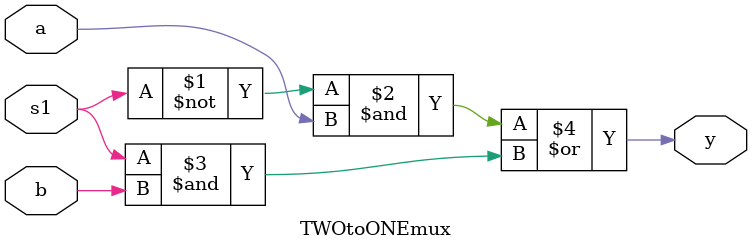
<source format=sv>
`timescale 1ns / 1ps


module FOURtoONEmux(y,a,b,c,d,s1,s2);
input logic a,b,c,d,s1,s2;
output logic y;
logic output1,output2;
TWOtoONEmux mux1(output1,a,b,s2);
TWOtoONEmux mux2(output2,c,d,s2);
TWOtoONEmux mux3(y,output1,output2,s1);
endmodule

module TWOtoONEmux(y,a,b,s1);
input logic a,b,s1;
output logic y;
assign y = (~s1&a)|(s1&b);
endmodule


</source>
